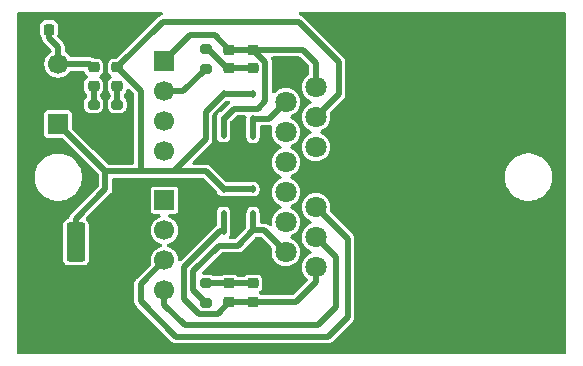
<source format=gbr>
%TF.GenerationSoftware,KiCad,Pcbnew,9.0.1*%
%TF.CreationDate,2025-04-10T17:15:11+02:00*%
%TF.ProjectId,projet_rubix_cube,70726f6a-6574-45f7-9275-6269785f6375,rev?*%
%TF.SameCoordinates,Original*%
%TF.FileFunction,Copper,L1,Top*%
%TF.FilePolarity,Positive*%
%FSLAX46Y46*%
G04 Gerber Fmt 4.6, Leading zero omitted, Abs format (unit mm)*
G04 Created by KiCad (PCBNEW 9.0.1) date 2025-04-10 17:15:11*
%MOMM*%
%LPD*%
G01*
G04 APERTURE LIST*
G04 Aperture macros list*
%AMRoundRect*
0 Rectangle with rounded corners*
0 $1 Rounding radius*
0 $2 $3 $4 $5 $6 $7 $8 $9 X,Y pos of 4 corners*
0 Add a 4 corners polygon primitive as box body*
4,1,4,$2,$3,$4,$5,$6,$7,$8,$9,$2,$3,0*
0 Add four circle primitives for the rounded corners*
1,1,$1+$1,$2,$3*
1,1,$1+$1,$4,$5*
1,1,$1+$1,$6,$7*
1,1,$1+$1,$8,$9*
0 Add four rect primitives between the rounded corners*
20,1,$1+$1,$2,$3,$4,$5,0*
20,1,$1+$1,$4,$5,$6,$7,0*
20,1,$1+$1,$6,$7,$8,$9,0*
20,1,$1+$1,$8,$9,$2,$3,0*%
G04 Aperture macros list end*
%TA.AperFunction,SMDPad,CuDef*%
%ADD10RoundRect,0.218750X-0.256250X0.218750X-0.256250X-0.218750X0.256250X-0.218750X0.256250X0.218750X0*%
%TD*%
%TA.AperFunction,SMDPad,CuDef*%
%ADD11RoundRect,0.218750X0.256250X-0.218750X0.256250X0.218750X-0.256250X0.218750X-0.256250X-0.218750X0*%
%TD*%
%TA.AperFunction,ComponentPad*%
%ADD12R,1.700000X1.700000*%
%TD*%
%TA.AperFunction,ComponentPad*%
%ADD13C,1.700000*%
%TD*%
%TA.AperFunction,ComponentPad*%
%ADD14R,1.800000X1.800000*%
%TD*%
%TA.AperFunction,ComponentPad*%
%ADD15C,1.800000*%
%TD*%
%TA.AperFunction,SMDPad,CuDef*%
%ADD16RoundRect,0.112500X-0.112500X0.187500X-0.112500X-0.187500X0.112500X-0.187500X0.112500X0.187500X0*%
%TD*%
%TA.AperFunction,SMDPad,CuDef*%
%ADD17RoundRect,0.200000X-0.275000X0.200000X-0.275000X-0.200000X0.275000X-0.200000X0.275000X0.200000X0*%
%TD*%
%TA.AperFunction,SMDPad,CuDef*%
%ADD18RoundRect,0.250000X-0.550000X1.412500X-0.550000X-1.412500X0.550000X-1.412500X0.550000X1.412500X0*%
%TD*%
%TA.AperFunction,SMDPad,CuDef*%
%ADD19RoundRect,0.225000X0.225000X0.250000X-0.225000X0.250000X-0.225000X-0.250000X0.225000X-0.250000X0*%
%TD*%
%TA.AperFunction,Conductor*%
%ADD20C,0.500000*%
%TD*%
G04 APERTURE END LIST*
D10*
%TO.P,D17,1,K*%
%TO.N,out_bobine1*%
X140500000Y-33212500D03*
%TO.P,D17,2,A*%
%TO.N,Net-(D17-A)*%
X140500000Y-34787500D03*
%TD*%
D11*
%TO.P,D19,1,K*%
%TO.N,Net-(D19-K)*%
X127000000Y-36287500D03*
%TO.P,D19,2,A*%
%TO.N,+5V*%
X127000000Y-34712500D03*
%TD*%
D12*
%TO.P,J2,1,Pin_1*%
%TO.N,alim_bobine1*%
X133000000Y-45960000D03*
D13*
%TO.P,J2,2,Pin_2*%
%TO.N,alim_bobine2*%
X133000000Y-48500000D03*
%TO.P,J2,3,Pin_3*%
%TO.N,alim_bobine3*%
X133000000Y-51040000D03*
%TO.P,J2,4,Pin_4*%
%TO.N,alim_bobine4*%
X133000000Y-53580000D03*
%TD*%
D14*
%TO.P,U2,1,SENSE_A*%
%TO.N,GND*%
X143280000Y-35105000D03*
D15*
%TO.P,U2,2,OUT1*%
%TO.N,out_bobine1*%
X145820000Y-36375000D03*
%TO.P,U2,3,OUT2*%
%TO.N,out_bobine2*%
X143280000Y-37645000D03*
%TO.P,U2,4,Vs*%
%TO.N,+24V*%
X145820000Y-38915000D03*
%TO.P,U2,5,IN1*%
%TO.N,alim_bobine1*%
X143280000Y-40185000D03*
%TO.P,U2,6,EnA*%
%TO.N,+5V*%
X145820000Y-41455000D03*
%TO.P,U2,7,IN2*%
%TO.N,alim_bobine2*%
X143280000Y-42725000D03*
%TO.P,U2,8,GND*%
%TO.N,GND*%
X145820000Y-43995000D03*
%TO.P,U2,9,Vss*%
%TO.N,+5V*%
X143280000Y-45265000D03*
%TO.P,U2,10,IN3*%
%TO.N,alim_bobine3*%
X145820000Y-46535000D03*
%TO.P,U2,11,EnB*%
%TO.N,+5V*%
X143280000Y-47805000D03*
%TO.P,U2,12,IN4*%
%TO.N,alim_bobine4*%
X145820000Y-49075000D03*
%TO.P,U2,13,OUT3*%
%TO.N,out_bobine3*%
X143280000Y-50345000D03*
%TO.P,U2,14,OUT4*%
%TO.N,out_bobine4*%
X145820000Y-51615000D03*
%TO.P,U2,15,SENSE_B*%
%TO.N,GND*%
X143280000Y-52885000D03*
%TD*%
D16*
%TO.P,D7,1,K*%
%TO.N,out_bobine3*%
X140500000Y-48500000D03*
%TO.P,D7,2,A*%
%TO.N,GND*%
X140500000Y-50600000D03*
%TD*%
D11*
%TO.P,D15,1,K*%
%TO.N,out_bobine4*%
X138500000Y-54575000D03*
%TO.P,D15,2,A*%
%TO.N,Net-(D15-A)*%
X138500000Y-53000000D03*
%TD*%
D17*
%TO.P,R6,1*%
%TO.N,Net-(D17-A)*%
X136500000Y-33175000D03*
%TO.P,R6,2*%
%TO.N,out_bobine2*%
X136500000Y-34825000D03*
%TD*%
D16*
%TO.P,D8,1,K*%
%TO.N,out_bobine4*%
X138000000Y-48550000D03*
%TO.P,D8,2,A*%
%TO.N,GND*%
X138000000Y-50650000D03*
%TD*%
%TO.P,D2,1,K*%
%TO.N,out_bobine1*%
X138000000Y-40450000D03*
%TO.P,D2,2,A*%
%TO.N,GND*%
X138000000Y-42550000D03*
%TD*%
D17*
%TO.P,R3,1*%
%TO.N,Net-(D19-K)*%
X127000000Y-37850000D03*
%TO.P,R3,2*%
%TO.N,GND*%
X127000000Y-39500000D03*
%TD*%
D10*
%TO.P,D16,1,K*%
%TO.N,Net-(D15-A)*%
X140500000Y-53000000D03*
%TO.P,D16,2,A*%
%TO.N,out_bobine4*%
X140500000Y-54575000D03*
%TD*%
D16*
%TO.P,D6,1,K*%
%TO.N,+24V*%
X138000000Y-45000000D03*
%TO.P,D6,2,A*%
%TO.N,out_bobine4*%
X138000000Y-47100000D03*
%TD*%
D12*
%TO.P,J1,1,Pin_1*%
%TO.N,out_bobine1*%
X133000000Y-34190000D03*
D13*
%TO.P,J1,2,Pin_2*%
%TO.N,out_bobine2*%
X133000000Y-36730000D03*
%TO.P,J1,3,Pin_3*%
%TO.N,out_bobine3*%
X133000000Y-39270000D03*
%TO.P,J1,4,Pin_4*%
%TO.N,out_bobine4*%
X133000000Y-41810000D03*
%TD*%
D12*
%TO.P,J3,1,Pin_1*%
%TO.N,+24V*%
X124000000Y-39500000D03*
D13*
%TO.P,J3,2,Pin_2*%
%TO.N,GND*%
X124000000Y-36960000D03*
%TO.P,J3,3,Pin_3*%
%TO.N,+5V*%
X124000000Y-34420000D03*
%TD*%
D11*
%TO.P,D14,1,K*%
%TO.N,Net-(D14-K)*%
X129000000Y-36287500D03*
%TO.P,D14,2,A*%
%TO.N,+24V*%
X129000000Y-34712500D03*
%TD*%
D16*
%TO.P,D1,1,K*%
%TO.N,+24V*%
X138000000Y-36950000D03*
%TO.P,D1,2,A*%
%TO.N,out_bobine1*%
X138000000Y-39050000D03*
%TD*%
%TO.P,D4,1,K*%
%TO.N,out_bobine2*%
X140500000Y-40500000D03*
%TO.P,D4,2,A*%
%TO.N,GND*%
X140500000Y-42600000D03*
%TD*%
D17*
%TO.P,R4,1*%
%TO.N,Net-(D14-K)*%
X129000000Y-37850000D03*
%TO.P,R4,2*%
%TO.N,GND*%
X129000000Y-39500000D03*
%TD*%
%TO.P,R5,1*%
%TO.N,Net-(D15-A)*%
X136500000Y-52962500D03*
%TO.P,R5,2*%
%TO.N,out_bobine3*%
X136500000Y-54612500D03*
%TD*%
D16*
%TO.P,D5,1,K*%
%TO.N,+24V*%
X140500000Y-45000000D03*
%TO.P,D5,2,A*%
%TO.N,out_bobine3*%
X140500000Y-47100000D03*
%TD*%
D18*
%TO.P,C2,1*%
%TO.N,+24V*%
X125500000Y-49500000D03*
%TO.P,C2,2*%
%TO.N,GND*%
X125500000Y-54575000D03*
%TD*%
D11*
%TO.P,D18,1,K*%
%TO.N,Net-(D17-A)*%
X138500000Y-34787500D03*
%TO.P,D18,2,A*%
%TO.N,out_bobine1*%
X138500000Y-33212500D03*
%TD*%
D16*
%TO.P,D3,1,K*%
%TO.N,+24V*%
X140500000Y-36950000D03*
%TO.P,D3,2,A*%
%TO.N,out_bobine2*%
X140500000Y-39050000D03*
%TD*%
D19*
%TO.P,C1,1*%
%TO.N,GND*%
X124775000Y-31500000D03*
%TO.P,C1,2*%
%TO.N,+5V*%
X123225000Y-31500000D03*
%TD*%
D20*
%TO.N,out_bobine1*%
X140500000Y-33212500D02*
X141526000Y-34238500D01*
X140890448Y-38199000D02*
X138851000Y-38199000D01*
X138851000Y-38199000D02*
X138000000Y-39050000D01*
X141526000Y-34238500D02*
X141526000Y-37563448D01*
X141526000Y-37563448D02*
X140890448Y-38199000D01*
%TO.N,+24V*%
X145820000Y-38915000D02*
X147750000Y-36985000D01*
X147750000Y-36985000D02*
X147750000Y-34250000D01*
X144356250Y-30856250D02*
X132856250Y-30856250D01*
X147750000Y-34250000D02*
X144356250Y-30856250D01*
X132856250Y-30856250D02*
X129000000Y-34712500D01*
%TO.N,out_bobine4*%
X138500000Y-54575000D02*
X137511500Y-55563500D01*
X134640393Y-51635373D02*
X137725766Y-48550000D01*
X137725766Y-48550000D02*
X138000000Y-48550000D01*
X137511500Y-55563500D02*
X135908384Y-55563500D01*
X135908384Y-55563500D02*
X134640393Y-54295509D01*
X134640393Y-54295509D02*
X134640393Y-51635373D01*
%TO.N,+5V*%
X124000000Y-34420000D02*
X124000000Y-33000000D01*
X123225000Y-32225000D02*
X123225000Y-31500000D01*
X124000000Y-33000000D02*
X123225000Y-32225000D01*
X126707500Y-34420000D02*
X127000000Y-34712500D01*
X124000000Y-34420000D02*
X126707500Y-34420000D01*
%TO.N,GND*%
X127000000Y-39500000D02*
X129000000Y-39500000D01*
X138000000Y-50650000D02*
X140450000Y-50650000D01*
X124460000Y-36960000D02*
X127000000Y-39500000D01*
X140450000Y-50650000D02*
X140500000Y-50600000D01*
X124000000Y-36960000D02*
X124460000Y-36960000D01*
X140450000Y-42550000D02*
X140500000Y-42600000D01*
X138000000Y-42550000D02*
X140450000Y-42550000D01*
%TO.N,+24V*%
X136500000Y-43500000D02*
X133799700Y-43500000D01*
X138000000Y-45000000D02*
X140500000Y-45000000D01*
X138000000Y-45000000D02*
X136500000Y-43500000D01*
X131000000Y-36712500D02*
X131000000Y-43500000D01*
X136500000Y-40799700D02*
X133799700Y-43500000D01*
X125500000Y-49500000D02*
X125500000Y-47500000D01*
X129000000Y-34712500D02*
X131000000Y-36712500D01*
X136500000Y-38450000D02*
X136500000Y-40799700D01*
X124000000Y-39500000D02*
X126500000Y-42000000D01*
X128000000Y-43500000D02*
X126500000Y-42000000D01*
X128000000Y-45000000D02*
X128000000Y-43500000D01*
X131000000Y-43500000D02*
X128000000Y-43500000D01*
X133799700Y-43500000D02*
X131000000Y-43500000D01*
X125500000Y-47500000D02*
X128000000Y-45000000D01*
X138000000Y-36950000D02*
X140500000Y-36950000D01*
X138000000Y-36950000D02*
X136500000Y-38450000D01*
%TO.N,alim_bobine3*%
X131000000Y-53040000D02*
X131000000Y-54500000D01*
X131000000Y-54500000D02*
X134000000Y-57500000D01*
X148500000Y-55818309D02*
X148500000Y-49215000D01*
X148500000Y-49215000D02*
X145820000Y-46535000D01*
X134000000Y-57500000D02*
X146818309Y-57500000D01*
X133000000Y-51040000D02*
X131000000Y-53040000D01*
X146818309Y-57500000D02*
X148500000Y-55818309D01*
%TO.N,alim_bobine4*%
X133000000Y-54790000D02*
X134710000Y-56500000D01*
X133000000Y-53580000D02*
X133000000Y-54790000D01*
X147500000Y-55000000D02*
X147500000Y-50755000D01*
X147500000Y-50755000D02*
X145820000Y-49075000D01*
X134710000Y-56500000D02*
X146000000Y-56500000D01*
X146000000Y-56500000D02*
X147500000Y-55000000D01*
%TO.N,out_bobine1*%
X145820000Y-34320000D02*
X144712500Y-33212500D01*
X145820000Y-36375000D02*
X145820000Y-34320000D01*
X135190000Y-32000000D02*
X137287500Y-32000000D01*
X144712500Y-33212500D02*
X140500000Y-33212500D01*
X138000000Y-39500000D02*
X138000000Y-39050000D01*
X138000000Y-40450000D02*
X138000000Y-39500000D01*
X138500000Y-33212500D02*
X140500000Y-33212500D01*
X137287500Y-32000000D02*
X138500000Y-33212500D01*
X133000000Y-34190000D02*
X135190000Y-32000000D01*
%TO.N,out_bobine2*%
X134595000Y-36730000D02*
X136500000Y-34825000D01*
X140500000Y-39050000D02*
X141875000Y-39050000D01*
X141875000Y-39050000D02*
X143280000Y-37645000D01*
X133000000Y-36730000D02*
X134595000Y-36730000D01*
X140500000Y-40500000D02*
X140500000Y-39050000D01*
%TO.N,out_bobine3*%
X141435000Y-48500000D02*
X143280000Y-50345000D01*
X140500000Y-47100000D02*
X140500000Y-48500000D01*
X140500000Y-48500000D02*
X141435000Y-48500000D01*
%TO.N,out_bobine4*%
X145820000Y-52887792D02*
X145820000Y-51615000D01*
X140500000Y-54575000D02*
X144132792Y-54575000D01*
X138000000Y-47100000D02*
X138000000Y-48550000D01*
X140500000Y-54575000D02*
X138500000Y-54575000D01*
X144132792Y-54575000D02*
X145820000Y-52887792D01*
%TO.N,Net-(D14-K)*%
X129000000Y-37850000D02*
X129000000Y-36287500D01*
%TO.N,Net-(D15-A)*%
X138462500Y-52962500D02*
X138500000Y-53000000D01*
X140500000Y-53000000D02*
X138500000Y-53000000D01*
X136500000Y-52962500D02*
X138462500Y-52962500D01*
%TO.N,Net-(D17-A)*%
X138500000Y-34787500D02*
X140500000Y-34787500D01*
X136500000Y-33175000D02*
X136675000Y-33175000D01*
X138287500Y-34787500D02*
X138500000Y-34787500D01*
X136675000Y-33175000D02*
X138287500Y-34787500D01*
%TO.N,Net-(D19-K)*%
X127000000Y-36287500D02*
X127000000Y-37850000D01*
%TO.N,out_bobine3*%
X136450000Y-54562500D02*
X136500000Y-54562500D01*
X135441393Y-53553893D02*
X136450000Y-54562500D01*
X140500000Y-48500000D02*
X139201000Y-49799000D01*
X139201000Y-49799000D02*
X137609552Y-49799000D01*
X135441393Y-51967159D02*
X135441393Y-53553893D01*
X137609552Y-49799000D02*
X135441393Y-51967159D01*
%TD*%
%TA.AperFunction,Conductor*%
%TO.N,GND*%
G36*
X132791600Y-30021132D02*
G01*
X132847968Y-30077500D01*
X132868600Y-30154500D01*
X132847968Y-30231500D01*
X132791600Y-30287868D01*
X132754460Y-30303251D01*
X132639905Y-30333947D01*
X132639904Y-30333947D01*
X132639902Y-30333948D01*
X132512094Y-30407738D01*
X132459916Y-30459916D01*
X132407738Y-30512095D01*
X132407736Y-30512097D01*
X129000438Y-33919394D01*
X128931402Y-33959253D01*
X128891545Y-33964500D01*
X128702321Y-33964500D01*
X128636918Y-33972353D01*
X128617264Y-33974714D01*
X128617262Y-33974714D01*
X128617257Y-33974716D01*
X128481923Y-34028083D01*
X128365995Y-34115995D01*
X128278083Y-34231923D01*
X128224716Y-34367256D01*
X128224712Y-34367270D01*
X128214500Y-34452308D01*
X128214500Y-34972678D01*
X128224714Y-35057734D01*
X128224716Y-35057742D01*
X128278083Y-35193076D01*
X128278085Y-35193079D01*
X128278086Y-35193080D01*
X128365995Y-35309005D01*
X128456045Y-35377292D01*
X128504932Y-35440258D01*
X128515786Y-35519232D01*
X128485700Y-35593053D01*
X128456046Y-35622706D01*
X128368698Y-35688945D01*
X128365995Y-35690995D01*
X128278083Y-35806923D01*
X128224716Y-35942256D01*
X128224712Y-35942270D01*
X128214500Y-36027308D01*
X128214500Y-36547678D01*
X128214501Y-36547684D01*
X128224404Y-36630158D01*
X128224714Y-36632734D01*
X128224716Y-36632742D01*
X128278083Y-36768076D01*
X128278085Y-36768079D01*
X128278086Y-36768080D01*
X128365995Y-36884005D01*
X128378550Y-36893526D01*
X128397274Y-36917640D01*
X128418868Y-36939234D01*
X128421411Y-36948726D01*
X128427438Y-36956488D01*
X128439500Y-37016234D01*
X128439500Y-37148941D01*
X128418868Y-37225941D01*
X128377793Y-37272221D01*
X128360309Y-37285309D01*
X128272340Y-37402821D01*
X128272335Y-37402831D01*
X128221037Y-37540365D01*
X128221037Y-37540368D01*
X128220559Y-37544811D01*
X128214500Y-37601170D01*
X128214500Y-38098830D01*
X128218720Y-38138076D01*
X128221037Y-38159631D01*
X128221037Y-38159634D01*
X128266141Y-38280561D01*
X128272337Y-38297173D01*
X128360310Y-38414690D01*
X128477827Y-38502663D01*
X128588587Y-38543974D01*
X128611757Y-38552616D01*
X128615369Y-38553963D01*
X128676170Y-38560500D01*
X128676178Y-38560500D01*
X129323822Y-38560500D01*
X129323830Y-38560500D01*
X129384631Y-38553963D01*
X129388243Y-38552616D01*
X129401260Y-38547760D01*
X129522173Y-38502663D01*
X129639690Y-38414690D01*
X129727663Y-38297173D01*
X129778963Y-38159631D01*
X129785500Y-38098830D01*
X129785500Y-37601170D01*
X129778963Y-37540369D01*
X129727663Y-37402827D01*
X129727659Y-37402821D01*
X129639690Y-37285309D01*
X129622207Y-37272221D01*
X129603048Y-37247857D01*
X129581132Y-37225941D01*
X129578711Y-37216909D01*
X129572932Y-37209559D01*
X129560500Y-37148941D01*
X129560500Y-37016234D01*
X129581132Y-36939234D01*
X129621448Y-36893526D01*
X129634005Y-36884005D01*
X129721914Y-36768080D01*
X129726947Y-36755319D01*
X129765143Y-36658458D01*
X129775286Y-36632736D01*
X129775287Y-36632726D01*
X129777705Y-36623163D01*
X129779004Y-36623491D01*
X129804940Y-36558792D01*
X129867623Y-36509543D01*
X129946533Y-36498233D01*
X130020526Y-36527894D01*
X130037076Y-36542242D01*
X130394394Y-36899560D01*
X130434253Y-36968596D01*
X130439500Y-37008454D01*
X130439500Y-42785500D01*
X130418868Y-42862500D01*
X130362500Y-42918868D01*
X130285500Y-42939500D01*
X128295954Y-42939500D01*
X128218954Y-42918868D01*
X128187060Y-42894394D01*
X126957296Y-41664630D01*
X126957284Y-41664616D01*
X125205605Y-39912938D01*
X125165746Y-39843902D01*
X125160499Y-39804044D01*
X125160499Y-38603651D01*
X125160499Y-38603644D01*
X125157488Y-38577680D01*
X125153354Y-38568318D01*
X125110600Y-38471489D01*
X125110599Y-38471486D01*
X125110596Y-38471483D01*
X125110594Y-38471480D01*
X125028519Y-38389405D01*
X125028511Y-38389399D01*
X124922320Y-38342512D01*
X124896358Y-38339500D01*
X123103651Y-38339500D01*
X123103640Y-38339501D01*
X123077677Y-38342512D01*
X122971489Y-38389399D01*
X122971480Y-38389405D01*
X122889405Y-38471480D01*
X122889399Y-38471488D01*
X122842512Y-38577679D01*
X122839500Y-38603639D01*
X122839500Y-40396348D01*
X122839501Y-40396359D01*
X122842512Y-40422322D01*
X122887316Y-40523792D01*
X122889401Y-40528514D01*
X122889403Y-40528516D01*
X122889405Y-40528519D01*
X122971480Y-40610594D01*
X122971484Y-40610597D01*
X122971486Y-40610599D01*
X123077680Y-40657488D01*
X123103643Y-40660500D01*
X124304044Y-40660499D01*
X124381044Y-40681131D01*
X124412938Y-40705605D01*
X126164616Y-42457284D01*
X126164630Y-42457296D01*
X127394394Y-43687060D01*
X127434253Y-43756096D01*
X127439500Y-43795954D01*
X127439500Y-44704045D01*
X127418868Y-44781045D01*
X127394394Y-44812939D01*
X125162145Y-47045187D01*
X125162141Y-47045191D01*
X125155847Y-47051486D01*
X125155845Y-47051488D01*
X125051488Y-47155845D01*
X124995248Y-47253256D01*
X124989609Y-47263021D01*
X124989604Y-47263029D01*
X124977698Y-47283650D01*
X124977698Y-47283651D01*
X124939952Y-47424523D01*
X124939942Y-47424557D01*
X124939087Y-47427745D01*
X124899214Y-47496772D01*
X124830168Y-47536615D01*
X124810446Y-47540535D01*
X124803682Y-47541425D01*
X124803676Y-47541427D01*
X124667335Y-47597901D01*
X124667331Y-47597903D01*
X124667331Y-47597904D01*
X124550246Y-47687746D01*
X124484843Y-47772982D01*
X124460401Y-47804835D01*
X124403928Y-47941173D01*
X124403924Y-47941186D01*
X124389501Y-48050744D01*
X124389500Y-48050760D01*
X124389500Y-50949237D01*
X124389501Y-50949241D01*
X124392078Y-50968821D01*
X124403926Y-51058820D01*
X124403926Y-51058822D01*
X124403927Y-51058823D01*
X124460401Y-51195164D01*
X124460403Y-51195166D01*
X124460404Y-51195169D01*
X124550246Y-51312254D01*
X124667331Y-51402096D01*
X124667334Y-51402097D01*
X124667335Y-51402098D01*
X124708208Y-51419028D01*
X124803680Y-51458574D01*
X124803684Y-51458574D01*
X124803686Y-51458575D01*
X124901485Y-51471450D01*
X124913259Y-51473000D01*
X126086740Y-51472999D01*
X126196320Y-51458574D01*
X126332669Y-51402096D01*
X126449754Y-51312254D01*
X126539596Y-51195169D01*
X126596074Y-51058820D01*
X126610500Y-50949241D01*
X126610499Y-48050760D01*
X126596074Y-47941180D01*
X126564312Y-47864500D01*
X126539598Y-47804835D01*
X126539597Y-47804834D01*
X126539596Y-47804831D01*
X126449754Y-47687746D01*
X126393951Y-47644927D01*
X126345424Y-47581684D01*
X126335018Y-47502650D01*
X126365524Y-47429002D01*
X126378791Y-47413873D01*
X128448512Y-45344155D01*
X128522303Y-45216345D01*
X128560500Y-45073791D01*
X128560500Y-44926208D01*
X128560500Y-44214500D01*
X128581132Y-44137500D01*
X128637500Y-44081132D01*
X128714500Y-44060500D01*
X130926209Y-44060500D01*
X133725908Y-44060500D01*
X133725909Y-44060500D01*
X136204046Y-44060500D01*
X136281046Y-44081132D01*
X136312940Y-44105606D01*
X137435962Y-45228628D01*
X137475821Y-45297664D01*
X137479171Y-45313428D01*
X137480188Y-45319844D01*
X137527748Y-45413185D01*
X137541021Y-45439235D01*
X137635764Y-45533978D01*
X137635766Y-45533979D01*
X137635767Y-45533980D01*
X137755156Y-45594812D01*
X137854207Y-45610500D01*
X138145792Y-45610499D01*
X138145796Y-45610498D01*
X138145800Y-45610498D01*
X138191098Y-45603323D01*
X138244844Y-45594812D01*
X138244850Y-45594809D01*
X138279244Y-45577285D01*
X138349158Y-45560500D01*
X140150843Y-45560500D01*
X140220754Y-45577283D01*
X140255156Y-45594812D01*
X140354207Y-45610500D01*
X140645792Y-45610499D01*
X140645796Y-45610498D01*
X140645800Y-45610498D01*
X140691098Y-45603323D01*
X140744844Y-45594812D01*
X140864233Y-45533980D01*
X140958980Y-45439233D01*
X141019812Y-45319844D01*
X141035500Y-45220793D01*
X141035499Y-45187366D01*
X141040746Y-45147511D01*
X141060500Y-45073791D01*
X141060500Y-44926209D01*
X141040746Y-44852484D01*
X141035499Y-44812627D01*
X141035499Y-44779210D01*
X141035498Y-44779200D01*
X141019812Y-44680157D01*
X141019810Y-44680152D01*
X141015260Y-44671222D01*
X140958980Y-44560767D01*
X140958979Y-44560766D01*
X140958978Y-44560764D01*
X140864235Y-44466021D01*
X140744842Y-44405187D01*
X140645795Y-44389500D01*
X140354211Y-44389500D01*
X140354199Y-44389501D01*
X140255157Y-44405187D01*
X140255149Y-44405190D01*
X140220756Y-44422715D01*
X140150842Y-44439500D01*
X138349157Y-44439500D01*
X138293713Y-44429173D01*
X138286311Y-44426316D01*
X138244844Y-44405188D01*
X138222310Y-44401618D01*
X138207077Y-44395740D01*
X138187611Y-44381544D01*
X138165600Y-44371743D01*
X138153627Y-44360961D01*
X136957296Y-43164630D01*
X136957284Y-43164616D01*
X136844157Y-43051489D01*
X136769626Y-43008459D01*
X136716345Y-42977697D01*
X136716341Y-42977696D01*
X136716339Y-42977695D01*
X136582839Y-42941923D01*
X136582834Y-42941923D01*
X136573793Y-42939500D01*
X136573792Y-42939500D01*
X136573791Y-42939500D01*
X135524654Y-42939500D01*
X135447654Y-42918868D01*
X135391286Y-42862500D01*
X135370654Y-42785500D01*
X135391286Y-42708500D01*
X135415756Y-42676609D01*
X136948512Y-41143855D01*
X137022303Y-41016045D01*
X137060500Y-40873491D01*
X137060500Y-40725908D01*
X137060500Y-38745953D01*
X137081132Y-38668953D01*
X137105602Y-38637063D01*
X138153629Y-37589035D01*
X138222663Y-37549178D01*
X138238430Y-37545827D01*
X138244844Y-37544812D01*
X138253572Y-37540365D01*
X138279244Y-37527285D01*
X138349158Y-37510500D01*
X138375044Y-37510500D01*
X138452044Y-37531132D01*
X138508412Y-37587500D01*
X138529044Y-37664500D01*
X138508412Y-37741500D01*
X138483938Y-37773395D01*
X137846368Y-38410963D01*
X137777332Y-38450821D01*
X137761572Y-38454171D01*
X137755157Y-38455187D01*
X137755155Y-38455187D01*
X137689704Y-38488536D01*
X137689700Y-38488539D01*
X137635767Y-38516020D01*
X137541020Y-38610767D01*
X137513538Y-38664702D01*
X137513536Y-38664705D01*
X137480188Y-38730155D01*
X137464500Y-38829200D01*
X137464500Y-38862631D01*
X137459253Y-38902487D01*
X137440551Y-38972287D01*
X137440547Y-38972303D01*
X137439500Y-38976209D01*
X137439500Y-39426208D01*
X137439500Y-39426209D01*
X137439500Y-40523791D01*
X137446422Y-40549627D01*
X137459253Y-40597515D01*
X137464500Y-40637367D01*
X137464500Y-40670787D01*
X137464501Y-40670800D01*
X137480187Y-40769842D01*
X137480189Y-40769847D01*
X137541021Y-40889235D01*
X137635764Y-40983978D01*
X137635766Y-40983979D01*
X137635767Y-40983980D01*
X137755156Y-41044812D01*
X137854207Y-41060500D01*
X138145792Y-41060499D01*
X138145796Y-41060498D01*
X138145800Y-41060498D01*
X138191098Y-41053323D01*
X138244844Y-41044812D01*
X138364233Y-40983980D01*
X138458980Y-40889233D01*
X138519812Y-40769844D01*
X138535500Y-40670793D01*
X138535499Y-40637366D01*
X138540746Y-40597511D01*
X138560500Y-40523791D01*
X138560500Y-39426209D01*
X138560500Y-39426208D01*
X138560500Y-39345955D01*
X138581132Y-39268955D01*
X138605606Y-39237060D01*
X139038062Y-38804605D01*
X139107098Y-38764747D01*
X139146956Y-38759500D01*
X139796870Y-38759500D01*
X139873870Y-38780132D01*
X139930238Y-38836500D01*
X139950870Y-38913500D01*
X139945623Y-38953356D01*
X139939958Y-38974500D01*
X139939500Y-38976209D01*
X139939500Y-40573791D01*
X139941363Y-40580745D01*
X139959253Y-40647515D01*
X139964500Y-40687367D01*
X139964500Y-40720787D01*
X139964501Y-40720800D01*
X139980187Y-40819842D01*
X139980189Y-40819847D01*
X140041021Y-40939235D01*
X140135764Y-41033978D01*
X140135766Y-41033979D01*
X140135767Y-41033980D01*
X140255156Y-41094812D01*
X140354207Y-41110500D01*
X140645792Y-41110499D01*
X140645796Y-41110498D01*
X140645800Y-41110498D01*
X140691098Y-41103323D01*
X140744844Y-41094812D01*
X140864233Y-41033980D01*
X140958980Y-40939233D01*
X141019812Y-40819844D01*
X141035500Y-40720793D01*
X141035499Y-40687366D01*
X141040746Y-40647511D01*
X141060500Y-40573791D01*
X141060500Y-39764500D01*
X141081132Y-39687500D01*
X141137500Y-39631132D01*
X141214500Y-39610500D01*
X141948795Y-39610500D01*
X141958798Y-39609183D01*
X141959166Y-39611981D01*
X142022966Y-39611971D01*
X142092009Y-39651817D01*
X142131879Y-39720847D01*
X142131892Y-39800563D01*
X142129596Y-39808317D01*
X142099308Y-39901535D01*
X142099307Y-39901541D01*
X142069500Y-40089727D01*
X142069500Y-40280272D01*
X142099307Y-40468458D01*
X142099307Y-40468459D01*
X142156033Y-40643047D01*
X142158186Y-40649671D01*
X142244688Y-40819440D01*
X142283957Y-40873489D01*
X142356682Y-40973588D01*
X142356686Y-40973593D01*
X142491406Y-41108313D01*
X142491411Y-41108317D01*
X142491412Y-41108318D01*
X142645560Y-41220312D01*
X142815329Y-41306814D01*
X142820634Y-41308537D01*
X142887489Y-41351954D01*
X142923679Y-41422982D01*
X142919507Y-41502589D01*
X142876090Y-41569445D01*
X142820634Y-41601462D01*
X142817830Y-41602373D01*
X142815328Y-41603186D01*
X142645561Y-41689687D01*
X142491411Y-41801682D01*
X142491406Y-41801686D01*
X142356686Y-41936406D01*
X142356682Y-41936411D01*
X142244687Y-42090561D01*
X142158185Y-42260330D01*
X142099307Y-42441540D01*
X142099307Y-42441541D01*
X142069500Y-42629727D01*
X142069500Y-42820272D01*
X142099307Y-43008458D01*
X142099307Y-43008459D01*
X142158185Y-43189669D01*
X142244687Y-43359438D01*
X142356682Y-43513588D01*
X142356686Y-43513593D01*
X142491406Y-43648313D01*
X142491411Y-43648317D01*
X142491412Y-43648318D01*
X142645560Y-43760312D01*
X142815329Y-43846814D01*
X142820634Y-43848537D01*
X142887489Y-43891954D01*
X142923679Y-43962982D01*
X142919507Y-44042589D01*
X142876090Y-44109445D01*
X142820634Y-44141462D01*
X142817830Y-44142373D01*
X142815328Y-44143186D01*
X142645561Y-44229687D01*
X142491411Y-44341682D01*
X142491406Y-44341686D01*
X142356686Y-44476406D01*
X142356682Y-44476411D01*
X142244687Y-44630561D01*
X142158185Y-44800330D01*
X142099307Y-44981540D01*
X142099307Y-44981541D01*
X142069500Y-45169727D01*
X142069500Y-45360272D01*
X142099307Y-45548458D01*
X142099307Y-45548459D01*
X142119850Y-45611686D01*
X142158186Y-45729671D01*
X142244688Y-45899440D01*
X142314478Y-45995499D01*
X142356682Y-46053588D01*
X142356686Y-46053593D01*
X142491406Y-46188313D01*
X142491411Y-46188317D01*
X142491412Y-46188318D01*
X142645560Y-46300312D01*
X142815329Y-46386814D01*
X142820634Y-46388537D01*
X142887489Y-46431954D01*
X142923679Y-46502982D01*
X142919507Y-46582589D01*
X142876090Y-46649445D01*
X142820634Y-46681462D01*
X142817830Y-46682373D01*
X142815328Y-46683186D01*
X142645561Y-46769687D01*
X142491411Y-46881682D01*
X142491406Y-46881686D01*
X142356686Y-47016406D01*
X142356682Y-47016411D01*
X142244687Y-47170561D01*
X142158185Y-47340330D01*
X142099307Y-47521540D01*
X142099307Y-47521541D01*
X142069500Y-47709727D01*
X142069500Y-47900274D01*
X142078454Y-47956803D01*
X142070122Y-48036082D01*
X142023266Y-48100574D01*
X141950441Y-48132998D01*
X141871162Y-48124666D01*
X141817456Y-48089788D01*
X141779157Y-48051489D01*
X141744910Y-48031717D01*
X141651345Y-47977697D01*
X141651341Y-47977696D01*
X141651339Y-47977695D01*
X141567340Y-47955187D01*
X141567340Y-47955188D01*
X141508793Y-47939500D01*
X141508792Y-47939500D01*
X141508791Y-47939500D01*
X141214500Y-47939500D01*
X141137500Y-47918868D01*
X141081132Y-47862500D01*
X141060500Y-47785500D01*
X141060500Y-47026209D01*
X141040746Y-46952484D01*
X141035499Y-46912627D01*
X141035499Y-46879210D01*
X141035498Y-46879200D01*
X141019812Y-46780157D01*
X141019810Y-46780152D01*
X140970403Y-46683186D01*
X140958980Y-46660767D01*
X140958979Y-46660766D01*
X140958978Y-46660764D01*
X140864235Y-46566021D01*
X140744842Y-46505187D01*
X140645795Y-46489500D01*
X140354211Y-46489500D01*
X140354199Y-46489501D01*
X140255157Y-46505187D01*
X140255152Y-46505189D01*
X140135764Y-46566021D01*
X140041021Y-46660764D01*
X139980187Y-46780157D01*
X139964500Y-46879200D01*
X139964500Y-46912631D01*
X139959253Y-46952488D01*
X139939500Y-47026209D01*
X139939500Y-48204044D01*
X139918868Y-48281044D01*
X139894395Y-48312938D01*
X139013940Y-49193394D01*
X138944903Y-49233253D01*
X138905045Y-49238500D01*
X138580119Y-49238500D01*
X138503119Y-49217868D01*
X138446751Y-49161500D01*
X138426119Y-49084500D01*
X138446751Y-49007500D01*
X138455529Y-48993983D01*
X138458978Y-48989235D01*
X138458980Y-48989233D01*
X138519812Y-48869844D01*
X138535500Y-48770793D01*
X138535499Y-48737366D01*
X138540746Y-48697511D01*
X138560500Y-48623791D01*
X138560500Y-47026209D01*
X138540746Y-46952484D01*
X138535499Y-46912627D01*
X138535499Y-46879210D01*
X138535498Y-46879200D01*
X138519812Y-46780157D01*
X138519810Y-46780152D01*
X138470403Y-46683186D01*
X138458980Y-46660767D01*
X138458979Y-46660766D01*
X138458978Y-46660764D01*
X138364235Y-46566021D01*
X138244842Y-46505187D01*
X138145795Y-46489500D01*
X137854211Y-46489500D01*
X137854199Y-46489501D01*
X137755157Y-46505187D01*
X137755152Y-46505189D01*
X137635764Y-46566021D01*
X137541021Y-46660764D01*
X137480187Y-46780157D01*
X137464500Y-46879200D01*
X137464500Y-46912631D01*
X137459253Y-46952488D01*
X137439500Y-47026209D01*
X137439500Y-47981124D01*
X137418868Y-48058124D01*
X137387869Y-48093472D01*
X137388748Y-48094351D01*
X134423394Y-51059705D01*
X134354358Y-51099564D01*
X134274642Y-51099564D01*
X134205606Y-51059705D01*
X134165747Y-50990669D01*
X134161012Y-50954703D01*
X134160975Y-50954706D01*
X134160918Y-50953992D01*
X134160500Y-50950811D01*
X134160500Y-50948674D01*
X134160500Y-50948667D01*
X134131924Y-50768249D01*
X134075477Y-50594523D01*
X133992548Y-50431766D01*
X133885179Y-50283985D01*
X133885176Y-50283982D01*
X133885174Y-50283979D01*
X133756020Y-50154825D01*
X133756016Y-50154822D01*
X133756015Y-50154821D01*
X133608234Y-50047452D01*
X133445477Y-49964523D01*
X133445476Y-49964522D01*
X133445475Y-49964522D01*
X133401307Y-49950171D01*
X133297558Y-49916461D01*
X133230705Y-49873047D01*
X133194514Y-49802019D01*
X133198686Y-49722412D01*
X133242102Y-49655556D01*
X133297557Y-49623538D01*
X133445477Y-49575477D01*
X133608234Y-49492548D01*
X133756015Y-49385179D01*
X133885179Y-49256015D01*
X133992548Y-49108234D01*
X134075477Y-48945477D01*
X134131924Y-48771751D01*
X134160500Y-48591333D01*
X134160500Y-48408667D01*
X134131924Y-48228249D01*
X134075477Y-48054523D01*
X133992548Y-47891766D01*
X133885179Y-47743985D01*
X133885176Y-47743982D01*
X133885174Y-47743979D01*
X133756020Y-47614825D01*
X133756016Y-47614822D01*
X133756015Y-47614821D01*
X133608234Y-47507452D01*
X133445477Y-47424523D01*
X133445476Y-47424522D01*
X133445475Y-47424522D01*
X133434517Y-47420962D01*
X133367661Y-47377545D01*
X133331470Y-47306518D01*
X133335642Y-47226911D01*
X133379059Y-47160055D01*
X133450086Y-47123864D01*
X133482102Y-47120499D01*
X133896356Y-47120499D01*
X133922320Y-47117488D01*
X134028514Y-47070599D01*
X134110599Y-46988514D01*
X134157488Y-46882320D01*
X134160500Y-46856357D01*
X134160499Y-45063644D01*
X134157488Y-45037680D01*
X134110599Y-44931486D01*
X134110596Y-44931483D01*
X134110594Y-44931480D01*
X134028519Y-44849405D01*
X134028511Y-44849399D01*
X133922320Y-44802512D01*
X133896358Y-44799500D01*
X132103651Y-44799500D01*
X132103640Y-44799501D01*
X132077677Y-44802512D01*
X131971489Y-44849399D01*
X131971480Y-44849405D01*
X131889405Y-44931480D01*
X131889399Y-44931488D01*
X131842512Y-45037679D01*
X131839500Y-45063639D01*
X131839500Y-46856348D01*
X131839501Y-46856359D01*
X131842512Y-46882322D01*
X131889399Y-46988510D01*
X131889401Y-46988514D01*
X131889403Y-46988516D01*
X131889405Y-46988519D01*
X131971480Y-47070594D01*
X131971484Y-47070597D01*
X131971486Y-47070599D01*
X132077680Y-47117488D01*
X132103643Y-47120500D01*
X132517894Y-47120499D01*
X132594892Y-47141131D01*
X132651260Y-47197499D01*
X132671892Y-47274499D01*
X132651260Y-47351499D01*
X132594892Y-47407867D01*
X132565488Y-47420959D01*
X132554529Y-47424520D01*
X132554527Y-47424520D01*
X132391767Y-47507451D01*
X132243979Y-47614825D01*
X132114825Y-47743979D01*
X132007451Y-47891767D01*
X131924522Y-48054524D01*
X131868076Y-48228248D01*
X131868076Y-48228249D01*
X131839500Y-48408667D01*
X131839500Y-48591333D01*
X131867924Y-48770793D01*
X131868076Y-48771749D01*
X131868076Y-48771751D01*
X131919018Y-48928536D01*
X131924523Y-48945477D01*
X132007452Y-49108234D01*
X132102096Y-49238500D01*
X132114825Y-49256020D01*
X132243979Y-49385174D01*
X132243982Y-49385176D01*
X132243985Y-49385179D01*
X132391766Y-49492548D01*
X132554523Y-49575477D01*
X132702439Y-49623537D01*
X132769294Y-49666954D01*
X132805485Y-49737981D01*
X132801313Y-49817588D01*
X132757896Y-49884444D01*
X132702439Y-49916461D01*
X132639674Y-49936855D01*
X132554524Y-49964522D01*
X132391767Y-50047451D01*
X132243979Y-50154825D01*
X132114825Y-50283979D01*
X132007451Y-50431767D01*
X131924522Y-50594524D01*
X131868076Y-50768248D01*
X131868076Y-50768250D01*
X131839500Y-50948666D01*
X131839500Y-51131333D01*
X131865031Y-51292526D01*
X131856698Y-51371806D01*
X131821821Y-51425511D01*
X131226333Y-52021000D01*
X130655847Y-52591486D01*
X130655845Y-52591488D01*
X130607706Y-52639627D01*
X130551488Y-52695844D01*
X130500791Y-52783655D01*
X130477698Y-52823653D01*
X130440744Y-52961569D01*
X130440741Y-52961580D01*
X130439500Y-52966210D01*
X130439500Y-54573791D01*
X130461485Y-54655844D01*
X130469484Y-54685695D01*
X130477697Y-54716345D01*
X130511587Y-54775045D01*
X130551489Y-54844156D01*
X130551491Y-54844159D01*
X130664616Y-54957284D01*
X130664629Y-54957295D01*
X133551487Y-57844154D01*
X133551488Y-57844155D01*
X133655845Y-57948512D01*
X133783655Y-58022303D01*
X133926209Y-58060500D01*
X133926211Y-58060500D01*
X146892099Y-58060500D01*
X146892101Y-58060500D01*
X147034654Y-58022303D01*
X147162464Y-57948512D01*
X147266821Y-57844155D01*
X147266821Y-57844153D01*
X147279499Y-57831476D01*
X147279501Y-57831473D01*
X148844152Y-56266822D01*
X148844155Y-56266821D01*
X148948512Y-56162464D01*
X149022303Y-56034654D01*
X149028370Y-56012011D01*
X149060500Y-55892101D01*
X149060500Y-55744518D01*
X149060500Y-49141209D01*
X149059918Y-49139036D01*
X149058702Y-49134498D01*
X149058700Y-49134493D01*
X149051664Y-49108234D01*
X149022303Y-48998655D01*
X148993353Y-48948512D01*
X148948512Y-48870845D01*
X148948511Y-48870844D01*
X148948510Y-48870842D01*
X148838788Y-48761120D01*
X148838765Y-48761099D01*
X147041432Y-46963766D01*
X147001573Y-46894730D01*
X147000657Y-46824578D01*
X146999746Y-46824434D01*
X147000585Y-46819131D01*
X147000583Y-46818911D01*
X147000686Y-46818478D01*
X147000693Y-46818459D01*
X147030500Y-46630268D01*
X147030500Y-46439732D01*
X147000693Y-46251541D01*
X146941814Y-46070329D01*
X146855312Y-45900560D01*
X146743318Y-45746412D01*
X146743317Y-45746411D01*
X146743313Y-45746406D01*
X146608593Y-45611686D01*
X146608588Y-45611682D01*
X146521568Y-45548459D01*
X146454440Y-45499688D01*
X146284671Y-45413186D01*
X146284670Y-45413185D01*
X146284669Y-45413185D01*
X146103459Y-45354307D01*
X145915272Y-45324500D01*
X145915268Y-45324500D01*
X145724732Y-45324500D01*
X145724727Y-45324500D01*
X145536541Y-45354307D01*
X145536540Y-45354307D01*
X145355330Y-45413185D01*
X145185561Y-45499687D01*
X145031411Y-45611682D01*
X145031406Y-45611686D01*
X144896686Y-45746406D01*
X144896682Y-45746411D01*
X144784687Y-45900561D01*
X144698185Y-46070330D01*
X144639307Y-46251540D01*
X144639307Y-46251541D01*
X144609500Y-46439727D01*
X144609500Y-46630272D01*
X144639307Y-46818458D01*
X144639307Y-46818459D01*
X144694562Y-46988519D01*
X144698186Y-46999671D01*
X144784688Y-47169440D01*
X144852684Y-47263029D01*
X144896682Y-47323588D01*
X144896686Y-47323593D01*
X145031406Y-47458313D01*
X145031411Y-47458317D01*
X145031412Y-47458318D01*
X145185560Y-47570312D01*
X145355329Y-47656814D01*
X145360634Y-47658537D01*
X145427489Y-47701954D01*
X145463679Y-47772982D01*
X145459507Y-47852589D01*
X145416090Y-47919445D01*
X145360634Y-47951462D01*
X145357830Y-47952373D01*
X145355328Y-47953186D01*
X145185561Y-48039687D01*
X145031411Y-48151682D01*
X145031406Y-48151686D01*
X144896686Y-48286406D01*
X144896682Y-48286411D01*
X144784687Y-48440561D01*
X144698185Y-48610330D01*
X144639307Y-48791540D01*
X144639307Y-48791541D01*
X144609500Y-48979727D01*
X144609500Y-49170272D01*
X144639307Y-49358458D01*
X144639307Y-49358459D01*
X144686519Y-49503765D01*
X144698186Y-49539671D01*
X144784688Y-49709440D01*
X144896682Y-49863588D01*
X144896686Y-49863593D01*
X145031406Y-49998313D01*
X145031411Y-49998317D01*
X145031412Y-49998318D01*
X145185560Y-50110312D01*
X145355329Y-50196814D01*
X145360634Y-50198537D01*
X145427489Y-50241954D01*
X145463679Y-50312982D01*
X145459507Y-50392589D01*
X145416090Y-50459445D01*
X145360634Y-50491462D01*
X145357830Y-50492373D01*
X145355328Y-50493186D01*
X145185561Y-50579687D01*
X145031411Y-50691682D01*
X145031406Y-50691686D01*
X144896686Y-50826406D01*
X144896682Y-50826411D01*
X144784687Y-50980561D01*
X144698185Y-51150330D01*
X144639307Y-51331540D01*
X144639307Y-51331541D01*
X144609500Y-51519727D01*
X144609500Y-51710272D01*
X144623081Y-51796015D01*
X144639307Y-51898459D01*
X144698186Y-52079671D01*
X144784688Y-52249440D01*
X144851950Y-52342019D01*
X144896682Y-52403588D01*
X144896686Y-52403593D01*
X145031410Y-52538317D01*
X145085586Y-52577677D01*
X145135753Y-52639627D01*
X145148225Y-52718362D01*
X145119657Y-52792784D01*
X145103963Y-52811160D01*
X143945732Y-53969394D01*
X143876695Y-54009253D01*
X143836837Y-54014500D01*
X141233273Y-54014500D01*
X141223780Y-54011956D01*
X141214042Y-54013295D01*
X141185765Y-54001770D01*
X141156273Y-53993868D01*
X141140221Y-53983208D01*
X141043955Y-53910208D01*
X140995068Y-53847243D01*
X140984212Y-53768269D01*
X141014299Y-53694448D01*
X141043955Y-53664792D01*
X141072415Y-53643210D01*
X141134005Y-53596505D01*
X141221914Y-53480580D01*
X141275286Y-53345236D01*
X141285500Y-53260185D01*
X141285499Y-52739816D01*
X141275286Y-52654764D01*
X141245486Y-52579195D01*
X141221916Y-52519423D01*
X141210616Y-52504522D01*
X141134005Y-52403495D01*
X141018080Y-52315586D01*
X141018079Y-52315585D01*
X141018076Y-52315583D01*
X140882743Y-52262216D01*
X140882729Y-52262212D01*
X140797686Y-52252000D01*
X140202321Y-52252000D01*
X140147885Y-52258537D01*
X140117264Y-52262214D01*
X140117262Y-52262214D01*
X140117257Y-52262216D01*
X139981921Y-52315584D01*
X139859779Y-52408208D01*
X139785959Y-52438294D01*
X139766727Y-52439500D01*
X139233273Y-52439500D01*
X139156273Y-52418868D01*
X139140221Y-52408208D01*
X139018078Y-52315584D01*
X138882743Y-52262216D01*
X138882729Y-52262212D01*
X138797686Y-52252000D01*
X138202321Y-52252000D01*
X138147885Y-52258537D01*
X138117264Y-52262214D01*
X138117262Y-52262214D01*
X138117257Y-52262216D01*
X137981922Y-52315584D01*
X137957894Y-52333804D01*
X137909229Y-52370709D01*
X137835411Y-52400794D01*
X137816179Y-52402000D01*
X137196544Y-52402000D01*
X137119544Y-52381368D01*
X137104254Y-52371283D01*
X137022175Y-52309838D01*
X137022168Y-52309835D01*
X136884633Y-52258537D01*
X136867259Y-52256669D01*
X136823830Y-52252000D01*
X136321006Y-52252000D01*
X136244006Y-52231368D01*
X136187638Y-52175000D01*
X136167006Y-52098000D01*
X136187638Y-52021000D01*
X136212112Y-51989106D01*
X136932901Y-51268318D01*
X137796613Y-50404606D01*
X137865649Y-50364747D01*
X137905507Y-50359500D01*
X139274790Y-50359500D01*
X139274792Y-50359500D01*
X139417345Y-50321303D01*
X139443005Y-50306488D01*
X139545155Y-50247512D01*
X139649512Y-50143155D01*
X139649512Y-50143153D01*
X139662190Y-50130476D01*
X139662191Y-50130473D01*
X140653633Y-49139032D01*
X140707083Y-49104255D01*
X140722304Y-49098381D01*
X140744844Y-49094812D01*
X140786310Y-49073683D01*
X140793719Y-49070825D01*
X140816125Y-49068430D01*
X140849158Y-49060500D01*
X141139046Y-49060500D01*
X141216046Y-49081132D01*
X141247940Y-49105606D01*
X142058566Y-49916232D01*
X142098425Y-49985268D01*
X142099347Y-50055421D01*
X142100253Y-50055565D01*
X142099419Y-50060830D01*
X142099422Y-50061054D01*
X142099309Y-50061524D01*
X142069500Y-50249725D01*
X142069500Y-50440272D01*
X142099307Y-50628458D01*
X142099307Y-50628459D01*
X142144727Y-50768250D01*
X142158186Y-50809671D01*
X142244688Y-50979440D01*
X142331962Y-51099564D01*
X142356682Y-51133588D01*
X142356686Y-51133593D01*
X142491406Y-51268313D01*
X142491411Y-51268317D01*
X142491412Y-51268318D01*
X142645560Y-51380312D01*
X142815329Y-51466814D01*
X142996541Y-51525693D01*
X143184732Y-51555500D01*
X143375268Y-51555500D01*
X143563459Y-51525693D01*
X143744671Y-51466814D01*
X143914440Y-51380312D01*
X144068588Y-51268318D01*
X144203318Y-51133588D01*
X144315312Y-50979440D01*
X144401814Y-50809671D01*
X144460693Y-50628459D01*
X144490500Y-50440268D01*
X144490500Y-50249732D01*
X144460693Y-50061541D01*
X144401814Y-49880329D01*
X144315312Y-49710560D01*
X144203318Y-49556412D01*
X144203317Y-49556411D01*
X144203313Y-49556406D01*
X144068593Y-49421686D01*
X144068588Y-49421682D01*
X144018345Y-49385179D01*
X143914440Y-49309688D01*
X143744671Y-49223186D01*
X143739368Y-49221463D01*
X143672513Y-49178049D01*
X143636321Y-49107022D01*
X143640491Y-49027415D01*
X143683906Y-48960558D01*
X143739368Y-48928536D01*
X143744671Y-48926814D01*
X143914440Y-48840312D01*
X144068588Y-48728318D01*
X144203318Y-48593588D01*
X144315312Y-48439440D01*
X144401814Y-48269671D01*
X144460693Y-48088459D01*
X144490500Y-47900268D01*
X144490500Y-47709732D01*
X144460693Y-47521541D01*
X144401814Y-47340329D01*
X144315312Y-47170560D01*
X144203318Y-47016412D01*
X144203317Y-47016411D01*
X144203313Y-47016406D01*
X144068593Y-46881686D01*
X144068588Y-46881682D01*
X144033735Y-46856360D01*
X143914440Y-46769688D01*
X143744671Y-46683186D01*
X143739368Y-46681463D01*
X143672513Y-46638049D01*
X143636321Y-46567022D01*
X143640491Y-46487415D01*
X143683906Y-46420558D01*
X143739368Y-46388536D01*
X143744671Y-46386814D01*
X143914440Y-46300312D01*
X144068588Y-46188318D01*
X144203318Y-46053588D01*
X144315312Y-45899440D01*
X144401814Y-45729671D01*
X144460693Y-45548459D01*
X144490500Y-45360268D01*
X144490500Y-45169732D01*
X144460693Y-44981541D01*
X144401814Y-44800329D01*
X144315312Y-44630560D01*
X144203318Y-44476412D01*
X144203317Y-44476411D01*
X144203313Y-44476406D01*
X144068593Y-44341686D01*
X144068588Y-44341682D01*
X143914440Y-44229688D01*
X143744671Y-44143186D01*
X143739368Y-44141463D01*
X143672513Y-44098049D01*
X143636321Y-44027022D01*
X143640491Y-43947415D01*
X143683906Y-43880558D01*
X143707652Y-43863867D01*
X161819500Y-43863867D01*
X161819500Y-44126132D01*
X161850418Y-44360961D01*
X161853730Y-44386116D01*
X161916459Y-44620228D01*
X161921603Y-44639423D01*
X161921603Y-44639424D01*
X162021955Y-44881693D01*
X162021960Y-44881703D01*
X162050704Y-44931489D01*
X162153076Y-45108803D01*
X162239010Y-45220793D01*
X162312721Y-45316855D01*
X162498144Y-45502278D01*
X162498148Y-45502281D01*
X162498149Y-45502282D01*
X162706197Y-45661924D01*
X162933303Y-45793043D01*
X163175581Y-45893398D01*
X163428884Y-45961270D01*
X163565666Y-45979278D01*
X163688867Y-45995499D01*
X163688880Y-45995500D01*
X163951120Y-45995500D01*
X163951132Y-45995499D01*
X164051536Y-45982279D01*
X164211116Y-45961270D01*
X164464419Y-45893398D01*
X164706697Y-45793043D01*
X164933803Y-45661924D01*
X165141851Y-45502282D01*
X165327282Y-45316851D01*
X165486924Y-45108803D01*
X165618043Y-44881697D01*
X165718398Y-44639419D01*
X165786270Y-44386116D01*
X165808864Y-44214500D01*
X165820499Y-44126132D01*
X165820500Y-44126119D01*
X165820500Y-43863880D01*
X165820499Y-43863867D01*
X165786270Y-43603886D01*
X165786270Y-43603884D01*
X165718398Y-43350581D01*
X165618043Y-43108303D01*
X165486924Y-42881197D01*
X165327282Y-42673149D01*
X165327281Y-42673148D01*
X165327278Y-42673144D01*
X165141855Y-42487721D01*
X165124614Y-42474491D01*
X164933803Y-42328076D01*
X164807903Y-42255388D01*
X164706703Y-42196960D01*
X164706693Y-42196955D01*
X164464423Y-42096603D01*
X164408994Y-42081751D01*
X164211116Y-42028730D01*
X164211109Y-42028729D01*
X163951132Y-41994500D01*
X163951120Y-41994500D01*
X163688880Y-41994500D01*
X163688867Y-41994500D01*
X163428890Y-42028729D01*
X163428888Y-42028729D01*
X163428884Y-42028730D01*
X163266412Y-42072263D01*
X163175576Y-42096603D01*
X163175575Y-42096603D01*
X162933306Y-42196955D01*
X162933296Y-42196960D01*
X162706197Y-42328076D01*
X162498144Y-42487721D01*
X162312721Y-42673144D01*
X162153076Y-42881197D01*
X162021960Y-43108296D01*
X162021955Y-43108306D01*
X161921603Y-43350575D01*
X161921603Y-43350576D01*
X161919228Y-43359440D01*
X161853730Y-43603884D01*
X161853730Y-43603886D01*
X161819500Y-43863867D01*
X143707652Y-43863867D01*
X143714168Y-43859287D01*
X143726286Y-43852787D01*
X143744671Y-43846814D01*
X143914440Y-43760312D01*
X144068588Y-43648318D01*
X144203318Y-43513588D01*
X144315312Y-43359440D01*
X144401814Y-43189671D01*
X144460693Y-43008459D01*
X144490500Y-42820268D01*
X144490500Y-42629732D01*
X144460693Y-42441541D01*
X144401814Y-42260329D01*
X144315312Y-42090560D01*
X144203318Y-41936412D01*
X144203317Y-41936411D01*
X144203313Y-41936406D01*
X144068593Y-41801686D01*
X144068588Y-41801682D01*
X143981568Y-41738459D01*
X143914440Y-41689688D01*
X143744671Y-41603186D01*
X143739368Y-41601463D01*
X143672513Y-41558049D01*
X143636321Y-41487022D01*
X143640491Y-41407415D01*
X143683906Y-41340558D01*
X143739368Y-41308536D01*
X143744671Y-41306814D01*
X143914440Y-41220312D01*
X144068588Y-41108318D01*
X144203318Y-40973588D01*
X144315312Y-40819440D01*
X144401814Y-40649671D01*
X144460693Y-40468459D01*
X144490500Y-40280268D01*
X144490500Y-40089732D01*
X144460693Y-39901541D01*
X144401814Y-39720329D01*
X144315312Y-39550560D01*
X144203318Y-39396412D01*
X144203317Y-39396411D01*
X144203313Y-39396406D01*
X144068593Y-39261686D01*
X144068588Y-39261682D01*
X143981568Y-39198459D01*
X143914440Y-39149688D01*
X143744671Y-39063186D01*
X143739368Y-39061463D01*
X143672513Y-39018049D01*
X143636321Y-38947022D01*
X143640491Y-38867415D01*
X143683906Y-38800558D01*
X143739368Y-38768536D01*
X143744671Y-38766814D01*
X143914440Y-38680312D01*
X144068588Y-38568318D01*
X144203318Y-38433588D01*
X144315312Y-38279440D01*
X144401814Y-38109671D01*
X144460693Y-37928459D01*
X144490500Y-37740268D01*
X144490500Y-37549732D01*
X144460693Y-37361541D01*
X144401814Y-37180329D01*
X144315312Y-37010560D01*
X144203318Y-36856412D01*
X144203317Y-36856411D01*
X144203313Y-36856406D01*
X144068593Y-36721686D01*
X144068588Y-36721682D01*
X144040925Y-36701584D01*
X143914440Y-36609688D01*
X143744671Y-36523186D01*
X143744670Y-36523185D01*
X143744669Y-36523185D01*
X143563459Y-36464307D01*
X143375272Y-36434500D01*
X143375268Y-36434500D01*
X143184732Y-36434500D01*
X143184727Y-36434500D01*
X142996541Y-36464307D01*
X142996540Y-36464307D01*
X142815330Y-36523185D01*
X142645561Y-36609687D01*
X142491411Y-36721682D01*
X142491406Y-36721686D01*
X142352403Y-36860690D01*
X142351346Y-36859633D01*
X142291904Y-36900486D01*
X142212434Y-36906740D01*
X142140484Y-36872420D01*
X142095333Y-36806723D01*
X142086500Y-36755319D01*
X142086500Y-34164710D01*
X142086500Y-34164709D01*
X142048303Y-34022155D01*
X142037820Y-34003999D01*
X142017189Y-33927000D01*
X142037821Y-33850000D01*
X142094189Y-33793632D01*
X142171189Y-33773000D01*
X144416546Y-33773000D01*
X144493546Y-33793632D01*
X144525440Y-33818106D01*
X145214394Y-34507060D01*
X145254253Y-34576096D01*
X145259500Y-34615954D01*
X145259500Y-35208133D01*
X145238868Y-35285133D01*
X145189913Y-35335388D01*
X145190454Y-35336132D01*
X145186127Y-35339275D01*
X145185971Y-35339436D01*
X145185558Y-35339689D01*
X145031411Y-35451682D01*
X145031406Y-35451686D01*
X144896686Y-35586406D01*
X144896682Y-35586411D01*
X144784687Y-35740561D01*
X144698185Y-35910330D01*
X144639307Y-36091540D01*
X144639307Y-36091541D01*
X144609500Y-36279727D01*
X144609500Y-36279732D01*
X144609500Y-36470268D01*
X144638550Y-36653676D01*
X144639307Y-36658458D01*
X144639307Y-36658459D01*
X144692227Y-36821333D01*
X144698186Y-36839671D01*
X144784688Y-37009440D01*
X144820544Y-37058792D01*
X144896682Y-37163588D01*
X144896686Y-37163593D01*
X145031406Y-37298313D01*
X145031411Y-37298317D01*
X145031412Y-37298318D01*
X145185560Y-37410312D01*
X145355329Y-37496814D01*
X145360634Y-37498537D01*
X145427489Y-37541954D01*
X145463679Y-37612982D01*
X145459507Y-37692589D01*
X145416090Y-37759445D01*
X145360634Y-37791462D01*
X145357830Y-37792373D01*
X145355328Y-37793186D01*
X145185561Y-37879687D01*
X145031411Y-37991682D01*
X145031406Y-37991686D01*
X144896686Y-38126406D01*
X144896682Y-38126411D01*
X144784687Y-38280561D01*
X144698185Y-38450330D01*
X144639307Y-38631540D01*
X144639307Y-38631541D01*
X144609500Y-38819727D01*
X144609500Y-39010272D01*
X144639307Y-39198458D01*
X144639307Y-39198459D01*
X144692227Y-39361333D01*
X144698186Y-39379671D01*
X144784688Y-39549440D01*
X144896682Y-39703588D01*
X144896686Y-39703593D01*
X145031406Y-39838313D01*
X145031411Y-39838317D01*
X145031412Y-39838318D01*
X145185560Y-39950312D01*
X145355329Y-40036814D01*
X145360634Y-40038537D01*
X145427489Y-40081954D01*
X145463679Y-40152982D01*
X145459507Y-40232589D01*
X145416090Y-40299445D01*
X145360634Y-40331462D01*
X145357830Y-40332373D01*
X145355328Y-40333186D01*
X145185561Y-40419687D01*
X145031411Y-40531682D01*
X145031406Y-40531686D01*
X144896686Y-40666406D01*
X144896682Y-40666411D01*
X144784687Y-40820561D01*
X144698185Y-40990330D01*
X144639307Y-41171540D01*
X144639307Y-41171541D01*
X144609500Y-41359727D01*
X144609500Y-41550272D01*
X144639307Y-41738458D01*
X144639307Y-41738459D01*
X144692227Y-41901333D01*
X144698186Y-41919671D01*
X144784688Y-42089440D01*
X144862803Y-42196957D01*
X144896682Y-42243588D01*
X144896686Y-42243593D01*
X145031406Y-42378313D01*
X145031411Y-42378317D01*
X145031412Y-42378318D01*
X145185560Y-42490312D01*
X145355329Y-42576814D01*
X145536541Y-42635693D01*
X145724732Y-42665500D01*
X145915268Y-42665500D01*
X146103459Y-42635693D01*
X146284671Y-42576814D01*
X146454440Y-42490312D01*
X146608588Y-42378318D01*
X146743318Y-42243588D01*
X146855312Y-42089440D01*
X146941814Y-41919671D01*
X147000693Y-41738459D01*
X147030500Y-41550268D01*
X147030500Y-41359732D01*
X147000693Y-41171541D01*
X146941814Y-40990329D01*
X146855312Y-40820560D01*
X146743318Y-40666412D01*
X146743317Y-40666411D01*
X146743313Y-40666406D01*
X146608593Y-40531686D01*
X146608588Y-40531682D01*
X146575966Y-40507981D01*
X146454440Y-40419688D01*
X146284671Y-40333186D01*
X146279368Y-40331463D01*
X146212513Y-40288049D01*
X146176321Y-40217022D01*
X146180491Y-40137415D01*
X146223906Y-40070558D01*
X146279368Y-40038536D01*
X146284671Y-40036814D01*
X146454440Y-39950312D01*
X146608588Y-39838318D01*
X146743318Y-39703588D01*
X146855312Y-39549440D01*
X146941814Y-39379671D01*
X147000693Y-39198459D01*
X147030500Y-39010268D01*
X147030500Y-38819732D01*
X147000693Y-38631541D01*
X147000688Y-38631526D01*
X147000581Y-38631076D01*
X147000586Y-38630871D01*
X146999746Y-38625566D01*
X147000729Y-38625410D01*
X147002668Y-38551387D01*
X147041430Y-38486234D01*
X148094152Y-37433513D01*
X148094155Y-37433512D01*
X148198512Y-37329155D01*
X148272303Y-37201345D01*
X148286345Y-37148941D01*
X148295457Y-37114936D01*
X148310500Y-37058791D01*
X148310500Y-34176209D01*
X148307418Y-34164708D01*
X148272303Y-34033655D01*
X148237662Y-33973655D01*
X148198512Y-33905845D01*
X148198511Y-33905844D01*
X148198510Y-33905842D01*
X148088788Y-33796120D01*
X148088765Y-33796099D01*
X144813546Y-30520880D01*
X144813534Y-30520866D01*
X144700409Y-30407741D01*
X144700406Y-30407739D01*
X144700405Y-30407738D01*
X144572595Y-30333947D01*
X144458040Y-30303252D01*
X144389005Y-30263394D01*
X144349147Y-30194358D01*
X144349147Y-30114642D01*
X144389006Y-30045605D01*
X144458042Y-30005747D01*
X144497900Y-30000500D01*
X166845500Y-30000500D01*
X166922500Y-30021132D01*
X166978868Y-30077500D01*
X166999500Y-30154500D01*
X166999500Y-58845500D01*
X166978868Y-58922500D01*
X166922500Y-58978868D01*
X166845500Y-58999500D01*
X120654500Y-58999500D01*
X120577500Y-58978868D01*
X120521132Y-58922500D01*
X120500500Y-58845500D01*
X120500500Y-43868867D01*
X121999500Y-43868867D01*
X121999500Y-44131132D01*
X122027222Y-44341686D01*
X122033730Y-44391116D01*
X122056585Y-44476411D01*
X122101603Y-44644423D01*
X122101603Y-44644424D01*
X122201955Y-44886693D01*
X122201960Y-44886703D01*
X122256714Y-44981540D01*
X122333076Y-45113803D01*
X122474159Y-45297664D01*
X122492721Y-45321855D01*
X122678144Y-45507278D01*
X122678148Y-45507281D01*
X122678149Y-45507282D01*
X122886197Y-45666924D01*
X123113303Y-45798043D01*
X123355581Y-45898398D01*
X123608884Y-45966270D01*
X123745666Y-45984278D01*
X123868867Y-46000499D01*
X123868880Y-46000500D01*
X124131120Y-46000500D01*
X124131132Y-46000499D01*
X124231536Y-45987279D01*
X124391116Y-45966270D01*
X124644419Y-45898398D01*
X124886697Y-45798043D01*
X125113803Y-45666924D01*
X125321851Y-45507282D01*
X125507282Y-45321851D01*
X125666924Y-45113803D01*
X125798043Y-44886697D01*
X125898398Y-44644419D01*
X125966270Y-44391116D01*
X125989523Y-44214500D01*
X126000499Y-44131132D01*
X126000500Y-44131119D01*
X126000500Y-43868879D01*
X126000499Y-43868867D01*
X125976562Y-43687060D01*
X125966270Y-43608884D01*
X125898398Y-43355581D01*
X125896324Y-43350575D01*
X125819303Y-43164630D01*
X125798043Y-43113303D01*
X125666924Y-42886197D01*
X125507282Y-42678149D01*
X125507281Y-42678148D01*
X125507278Y-42678144D01*
X125321855Y-42492721D01*
X125224782Y-42418234D01*
X125113803Y-42333076D01*
X124958813Y-42243593D01*
X124886703Y-42201960D01*
X124886693Y-42201955D01*
X124644423Y-42101603D01*
X124603209Y-42090560D01*
X124391116Y-42033730D01*
X124391109Y-42033729D01*
X124131132Y-41999500D01*
X124131120Y-41999500D01*
X123868880Y-41999500D01*
X123868867Y-41999500D01*
X123608890Y-42033729D01*
X123608888Y-42033729D01*
X123608884Y-42033730D01*
X123446412Y-42077263D01*
X123355576Y-42101603D01*
X123355575Y-42101603D01*
X123113306Y-42201955D01*
X123113296Y-42201960D01*
X122886197Y-42333076D01*
X122678144Y-42492721D01*
X122492721Y-42678144D01*
X122333076Y-42886197D01*
X122201960Y-43113296D01*
X122201955Y-43113306D01*
X122101603Y-43355575D01*
X122101603Y-43355576D01*
X122100568Y-43359440D01*
X122033730Y-43608884D01*
X122033729Y-43608888D01*
X122033729Y-43608890D01*
X121999500Y-43868867D01*
X120500500Y-43868867D01*
X120500500Y-31208066D01*
X122464500Y-31208066D01*
X122464500Y-31791920D01*
X122464501Y-31791926D01*
X122474834Y-31877979D01*
X122474835Y-31877981D01*
X122528835Y-32014919D01*
X122528836Y-32014921D01*
X122528837Y-32014922D01*
X122577819Y-32079514D01*
X122617788Y-32132221D01*
X122619394Y-32133827D01*
X122620631Y-32135970D01*
X122624149Y-32140609D01*
X122623565Y-32141051D01*
X122659253Y-32202863D01*
X122664500Y-32242721D01*
X122664500Y-32298791D01*
X122702697Y-32441345D01*
X122721963Y-32474714D01*
X122776489Y-32569157D01*
X122889616Y-32682284D01*
X122889630Y-32682296D01*
X123394394Y-33187060D01*
X123404530Y-33204616D01*
X123418868Y-33218954D01*
X123424115Y-33238537D01*
X123434253Y-33256096D01*
X123439500Y-33295954D01*
X123439500Y-33314304D01*
X123418868Y-33391304D01*
X123376019Y-33438893D01*
X123243979Y-33534825D01*
X123114825Y-33663979D01*
X123007451Y-33811767D01*
X122924522Y-33974524D01*
X122869362Y-34144290D01*
X122868076Y-34148249D01*
X122839500Y-34328667D01*
X122839500Y-34511333D01*
X122865049Y-34672642D01*
X122868076Y-34691749D01*
X122868076Y-34691751D01*
X122910199Y-34821394D01*
X122924523Y-34865477D01*
X123007452Y-35028234D01*
X123084754Y-35134631D01*
X123114825Y-35176020D01*
X123243979Y-35305174D01*
X123243982Y-35305176D01*
X123243985Y-35305179D01*
X123391766Y-35412548D01*
X123554523Y-35495477D01*
X123728249Y-35551924D01*
X123908667Y-35580500D01*
X123908674Y-35580500D01*
X124091326Y-35580500D01*
X124091333Y-35580500D01*
X124271751Y-35551924D01*
X124445477Y-35495477D01*
X124608234Y-35412548D01*
X124756015Y-35305179D01*
X124885179Y-35176015D01*
X124981107Y-35043980D01*
X125043059Y-34993814D01*
X125105696Y-34980500D01*
X126089444Y-34980500D01*
X126166444Y-35001132D01*
X126222812Y-35057500D01*
X126232707Y-35078006D01*
X126278083Y-35193076D01*
X126278085Y-35193079D01*
X126278086Y-35193080D01*
X126365995Y-35309005D01*
X126456045Y-35377292D01*
X126504932Y-35440258D01*
X126515786Y-35519232D01*
X126485700Y-35593053D01*
X126456046Y-35622706D01*
X126368698Y-35688945D01*
X126365995Y-35690995D01*
X126278083Y-35806923D01*
X126224716Y-35942256D01*
X126224712Y-35942270D01*
X126214500Y-36027308D01*
X126214500Y-36547678D01*
X126214501Y-36547684D01*
X126224404Y-36630158D01*
X126224714Y-36632734D01*
X126224716Y-36632742D01*
X126278083Y-36768076D01*
X126278085Y-36768079D01*
X126278086Y-36768080D01*
X126365995Y-36884005D01*
X126378550Y-36893526D01*
X126397274Y-36917640D01*
X126418868Y-36939234D01*
X126421411Y-36948726D01*
X126427438Y-36956488D01*
X126439500Y-37016234D01*
X126439500Y-37148941D01*
X126418868Y-37225941D01*
X126377793Y-37272221D01*
X126360309Y-37285309D01*
X126272340Y-37402821D01*
X126272335Y-37402831D01*
X126221037Y-37540365D01*
X126221037Y-37540368D01*
X126220559Y-37544811D01*
X126214500Y-37601170D01*
X126214500Y-38098830D01*
X126218720Y-38138076D01*
X126221037Y-38159631D01*
X126221037Y-38159634D01*
X126266141Y-38280561D01*
X126272337Y-38297173D01*
X126360310Y-38414690D01*
X126477827Y-38502663D01*
X126588587Y-38543974D01*
X126611757Y-38552616D01*
X126615369Y-38553963D01*
X126676170Y-38560500D01*
X126676178Y-38560500D01*
X127323822Y-38560500D01*
X127323830Y-38560500D01*
X127384631Y-38553963D01*
X127388243Y-38552616D01*
X127401260Y-38547760D01*
X127522173Y-38502663D01*
X127639690Y-38414690D01*
X127727663Y-38297173D01*
X127778963Y-38159631D01*
X127785500Y-38098830D01*
X127785500Y-37601170D01*
X127778963Y-37540369D01*
X127727663Y-37402827D01*
X127727659Y-37402821D01*
X127639690Y-37285309D01*
X127622207Y-37272221D01*
X127603048Y-37247857D01*
X127581132Y-37225941D01*
X127578711Y-37216909D01*
X127572932Y-37209559D01*
X127560500Y-37148941D01*
X127560500Y-37016234D01*
X127581132Y-36939234D01*
X127621448Y-36893526D01*
X127634005Y-36884005D01*
X127721914Y-36768080D01*
X127726947Y-36755319D01*
X127765143Y-36658458D01*
X127775286Y-36632736D01*
X127785500Y-36547685D01*
X127785499Y-36027316D01*
X127775286Y-35942264D01*
X127736862Y-35844825D01*
X127721916Y-35806923D01*
X127721914Y-35806920D01*
X127634005Y-35690995D01*
X127634003Y-35690994D01*
X127634003Y-35690993D01*
X127543955Y-35622708D01*
X127495067Y-35559742D01*
X127484213Y-35480769D01*
X127514299Y-35406948D01*
X127543955Y-35377292D01*
X127634005Y-35309005D01*
X127721914Y-35193080D01*
X127728642Y-35176020D01*
X127763999Y-35086359D01*
X127775286Y-35057736D01*
X127775315Y-35057500D01*
X127782084Y-35001132D01*
X127785500Y-34972685D01*
X127785499Y-34452316D01*
X127775286Y-34367264D01*
X127760065Y-34328666D01*
X127721916Y-34231923D01*
X127690879Y-34190995D01*
X127634005Y-34115995D01*
X127518080Y-34028086D01*
X127518079Y-34028085D01*
X127518076Y-34028083D01*
X127382743Y-33974716D01*
X127382729Y-33974712D01*
X127297691Y-33964500D01*
X127297685Y-33964500D01*
X127080816Y-33964500D01*
X127003817Y-33943868D01*
X126923850Y-33897699D01*
X126923845Y-33897697D01*
X126923843Y-33897696D01*
X126923839Y-33897695D01*
X126878325Y-33885499D01*
X126878325Y-33885500D01*
X126781292Y-33859500D01*
X126781291Y-33859500D01*
X126781290Y-33859500D01*
X125105696Y-33859500D01*
X125028696Y-33838868D01*
X124981107Y-33796019D01*
X124964383Y-33773000D01*
X124885179Y-33663985D01*
X124885176Y-33663982D01*
X124885174Y-33663979D01*
X124756020Y-33534825D01*
X124756021Y-33534825D01*
X124623981Y-33438893D01*
X124603803Y-33413975D01*
X124581132Y-33391304D01*
X124578999Y-33383344D01*
X124573814Y-33376941D01*
X124560500Y-33314304D01*
X124560500Y-33086212D01*
X124560501Y-33086199D01*
X124560501Y-32926212D01*
X124560501Y-32926209D01*
X124522303Y-32783655D01*
X124448512Y-32655845D01*
X123960464Y-32167798D01*
X123920606Y-32098762D01*
X123920606Y-32019046D01*
X123926090Y-32002426D01*
X123975166Y-31877979D01*
X123985500Y-31791927D01*
X123985499Y-31208074D01*
X123975166Y-31122021D01*
X123921163Y-30985078D01*
X123832216Y-30867784D01*
X123714922Y-30778837D01*
X123714921Y-30778836D01*
X123714919Y-30778835D01*
X123577983Y-30724835D01*
X123577972Y-30724832D01*
X123491928Y-30714500D01*
X122958079Y-30714500D01*
X122924990Y-30718473D01*
X122872021Y-30724834D01*
X122872018Y-30724834D01*
X122872018Y-30724835D01*
X122735080Y-30778835D01*
X122617784Y-30867784D01*
X122528835Y-30985080D01*
X122474835Y-31122016D01*
X122474832Y-31122027D01*
X122464500Y-31208066D01*
X120500500Y-31208066D01*
X120500500Y-30154500D01*
X120521132Y-30077500D01*
X120577500Y-30021132D01*
X120654500Y-30000500D01*
X132714600Y-30000500D01*
X132791600Y-30021132D01*
G37*
%TD.AperFunction*%
%TD*%
M02*

</source>
